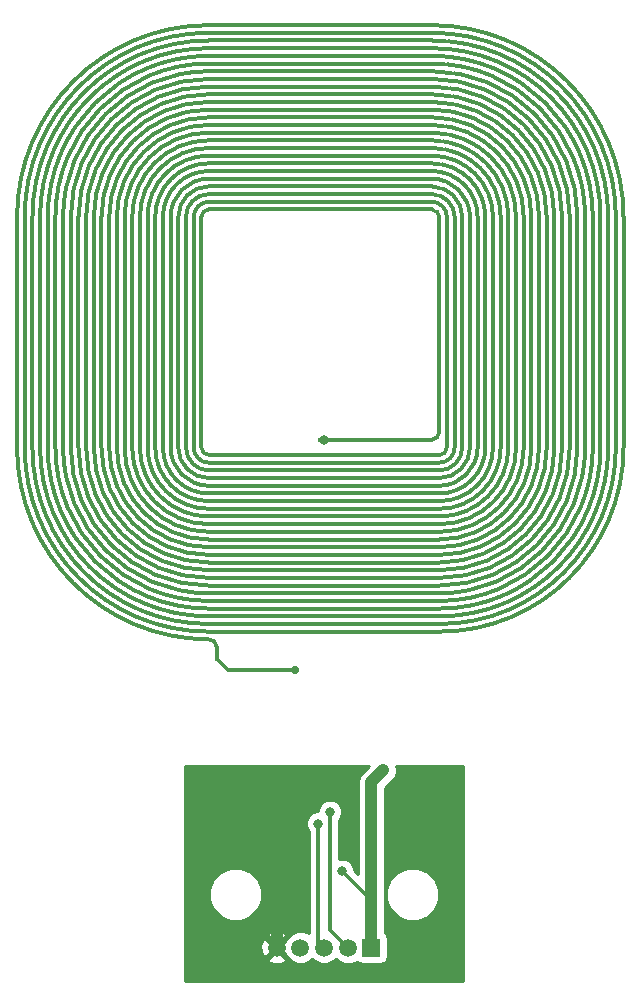
<source format=gbl>
G04 #@! TF.GenerationSoftware,KiCad,Pcbnew,(2017-06-12 revision 19d5cc754)-master*
G04 #@! TF.CreationDate,2018-05-14T22:42:30+02:00*
G04 #@! TF.ProjectId,RFID_MLX90109,524649445F4D4C5839303130392E6B69,rev?*
G04 #@! TF.FileFunction,Copper,L2,Bot,Signal*
G04 #@! TF.FilePolarity,Positive*
%FSLAX46Y46*%
G04 Gerber Fmt 4.6, Leading zero omitted, Abs format (unit mm)*
G04 Created by KiCad (PCBNEW (2017-06-12 revision 19d5cc754)-master) date 2018 May 14, Monday 22:42:30*
%MOMM*%
%LPD*%
G01*
G04 APERTURE LIST*
%ADD10C,0.100000*%
%ADD11C,0.300000*%
%ADD12R,1.000000X0.300000*%
%ADD13R,0.300000X1.000000*%
%ADD14R,1.500000X1.500000*%
%ADD15C,1.500000*%
%ADD16C,1.000000*%
%ADD17C,0.800000*%
%ADD18C,0.700000*%
%ADD19C,1.000000*%
%ADD20C,0.250000*%
%ADD21C,0.254000*%
G04 APERTURE END LIST*
D10*
D11*
X157500000Y-72500000D02*
X166600000Y-72500000D01*
X148400000Y-90050000D02*
X148400000Y-90700000D01*
X148400000Y-90050000D02*
G75*
G03X147750000Y-89400000I-650000J0D01*
G01*
X166600000Y-72500000D02*
G75*
G03X167250000Y-71850000I0J650000D01*
G01*
X175050000Y-53650000D02*
G75*
G03X166600000Y-45200000I-8450000J0D01*
G01*
X178300000Y-53650000D02*
G75*
G03X166600000Y-41950000I-11700000J0D01*
G01*
X181550000Y-53650000D02*
G75*
G03X166600000Y-38700000I-14950000J0D01*
G01*
X175700000Y-73150000D02*
X175700000Y-53650000D01*
X172450000Y-73150000D02*
X172450000Y-53650000D01*
X167900000Y-53650000D02*
G75*
G03X166600000Y-52350000I-1300000J0D01*
G01*
X178950000Y-73150000D02*
X178950000Y-53650000D01*
X179600000Y-73150000D02*
X179600000Y-53650000D01*
X182850000Y-53650000D02*
G75*
G03X166600000Y-37400000I-16250000J0D01*
G01*
X178300000Y-73150000D02*
X178300000Y-53650000D01*
X171150000Y-53650000D02*
G75*
G03X166600000Y-49100000I-4550000J0D01*
G01*
X171150000Y-73150000D02*
X171150000Y-53650000D01*
X172450000Y-53650000D02*
G75*
G03X166600000Y-47800000I-5850000J0D01*
G01*
X175050000Y-73150000D02*
X175050000Y-53650000D01*
X177000000Y-53650000D02*
G75*
G03X166600000Y-43250000I-10400000J0D01*
G01*
X167250000Y-53650000D02*
G75*
G03X166600000Y-53000000I-650000J0D01*
G01*
X167250000Y-71850000D02*
X167250000Y-53650000D01*
X170500000Y-53650000D02*
G75*
G03X166600000Y-49750000I-3900000J0D01*
G01*
X177650000Y-53650000D02*
G75*
G03X166600000Y-42600000I-11050000J0D01*
G01*
X168550000Y-73150000D02*
X168550000Y-53650000D01*
X169200000Y-53650000D02*
G75*
G03X166600000Y-51050000I-2600000J0D01*
G01*
X169850000Y-53650000D02*
G75*
G03X166600000Y-50400000I-3250000J0D01*
G01*
X173100000Y-73150000D02*
X173100000Y-53650000D01*
X177650000Y-73150000D02*
X177650000Y-53650000D01*
X168550000Y-53650000D02*
G75*
G03X166600000Y-51700000I-1950000J0D01*
G01*
X169850000Y-73150000D02*
X169850000Y-53650000D01*
X182850000Y-73150000D02*
X182850000Y-53650000D01*
X171800000Y-73150000D02*
X171800000Y-53650000D01*
X169200000Y-73150000D02*
X169200000Y-53650000D01*
X173750000Y-53650000D02*
G75*
G03X166600000Y-46500000I-7150000J0D01*
G01*
X181550000Y-73150000D02*
X181550000Y-53650000D01*
X174400000Y-73150000D02*
X174400000Y-53650000D01*
X173750000Y-73150000D02*
X173750000Y-53650000D01*
X179600000Y-53650000D02*
G75*
G03X166600000Y-40650000I-13000000J0D01*
G01*
X170500000Y-73150000D02*
X170500000Y-53650000D01*
X180900000Y-53650000D02*
G75*
G03X166600000Y-39350000I-14300000J0D01*
G01*
X176350000Y-53650000D02*
G75*
G03X166600000Y-43900000I-9750000J0D01*
G01*
X180900000Y-73150000D02*
X180900000Y-53650000D01*
X175700000Y-53650000D02*
G75*
G03X166600000Y-44550000I-9100000J0D01*
G01*
X182200000Y-73150000D02*
X182200000Y-53650000D01*
X178950000Y-53650000D02*
G75*
G03X166600000Y-41300000I-12350000J0D01*
G01*
X167900000Y-73150000D02*
X167900000Y-53650000D01*
X176350000Y-73150000D02*
X176350000Y-53650000D01*
X174400000Y-53650000D02*
G75*
G03X166600000Y-45850000I-7800000J0D01*
G01*
X180250000Y-53650000D02*
G75*
G03X166600000Y-40000000I-13650000J0D01*
G01*
X171800000Y-53650000D02*
G75*
G03X166600000Y-48450000I-5200000J0D01*
G01*
X182200000Y-53650000D02*
G75*
G03X166600000Y-38050000I-15600000J0D01*
G01*
X177000000Y-73150000D02*
X177000000Y-53650000D01*
X173100000Y-53650000D02*
G75*
G03X166600000Y-47150000I-6500000J0D01*
G01*
X180250000Y-73150000D02*
X180250000Y-53650000D01*
X167250000Y-81600000D02*
G75*
G03X175700000Y-73150000I0J8450000D01*
G01*
X167250000Y-84850000D02*
G75*
G03X178950000Y-73150000I0J11700000D01*
G01*
X167250000Y-88100000D02*
G75*
G03X182200000Y-73150000I0J14950000D01*
G01*
X147750000Y-82250000D02*
X167250000Y-82250000D01*
X147750000Y-80950000D02*
X167250000Y-80950000D01*
X147750000Y-80300000D02*
X167250000Y-80300000D01*
X167250000Y-86150000D02*
G75*
G03X180250000Y-73150000I0J13000000D01*
G01*
X147750000Y-77050000D02*
X167250000Y-77050000D01*
X167250000Y-87450000D02*
G75*
G03X181550000Y-73150000I0J14300000D01*
G01*
X167250000Y-82900000D02*
G75*
G03X177000000Y-73150000I0J9750000D01*
G01*
X147750000Y-87450000D02*
X167250000Y-87450000D01*
X167250000Y-82250000D02*
G75*
G03X176350000Y-73150000I0J9100000D01*
G01*
X147750000Y-88750000D02*
X167250000Y-88750000D01*
X167250000Y-85500000D02*
G75*
G03X179600000Y-73150000I0J12350000D01*
G01*
X147750000Y-74450000D02*
X167250000Y-74450000D01*
X147750000Y-82900000D02*
X167250000Y-82900000D01*
X167250000Y-80950000D02*
G75*
G03X175050000Y-73150000I0J7800000D01*
G01*
X167250000Y-86800000D02*
G75*
G03X180900000Y-73150000I0J13650000D01*
G01*
X167250000Y-78350000D02*
G75*
G03X172450000Y-73150000I0J5200000D01*
G01*
X167250000Y-88750000D02*
G75*
G03X182850000Y-73150000I0J15600000D01*
G01*
X147750000Y-83550000D02*
X167250000Y-83550000D01*
X167250000Y-79650000D02*
G75*
G03X173750000Y-73150000I0J6500000D01*
G01*
X147750000Y-86800000D02*
X167250000Y-86800000D01*
X167250000Y-75750000D02*
G75*
G03X169850000Y-73150000I0J2600000D01*
G01*
X167250000Y-76400000D02*
G75*
G03X170500000Y-73150000I0J3250000D01*
G01*
X147750000Y-79650000D02*
X167250000Y-79650000D01*
X147750000Y-84200000D02*
X167250000Y-84200000D01*
X167250000Y-75100000D02*
G75*
G03X169200000Y-73150000I0J1950000D01*
G01*
X147750000Y-76400000D02*
X167250000Y-76400000D01*
X147750000Y-78350000D02*
X167250000Y-78350000D01*
X147750000Y-75750000D02*
X167250000Y-75750000D01*
X167250000Y-79000000D02*
G75*
G03X173100000Y-73150000I0J5850000D01*
G01*
X147850000Y-81550000D02*
X167250000Y-81600000D01*
X167250000Y-83550000D02*
G75*
G03X177650000Y-73150000I0J10400000D01*
G01*
X167250000Y-73800000D02*
G75*
G03X167900000Y-73150000I0J650000D01*
G01*
X147750000Y-73800000D02*
X167250000Y-73800000D01*
X167250000Y-77050000D02*
G75*
G03X171150000Y-73150000I0J3900000D01*
G01*
X167250000Y-84200000D02*
G75*
G03X178300000Y-73150000I0J11050000D01*
G01*
X147750000Y-75100000D02*
X167250000Y-75100000D01*
X147750000Y-79000000D02*
X167250000Y-79000000D01*
X167250000Y-74450000D02*
G75*
G03X168550000Y-73150000I0J1300000D01*
G01*
X147750000Y-85500000D02*
X167250000Y-85500000D01*
X147750000Y-86150000D02*
X167250000Y-86150000D01*
X147750000Y-84850000D02*
X167250000Y-84850000D01*
X167250000Y-77700000D02*
G75*
G03X171800000Y-73150000I0J4550000D01*
G01*
X147750000Y-77700000D02*
X167250000Y-77700000D01*
X167250000Y-80300000D02*
G75*
G03X174400000Y-73150000I0J7150000D01*
G01*
X147750000Y-88100000D02*
X167250000Y-88100000D01*
X147750000Y-38050000D02*
G75*
G03X132150000Y-53650000I0J-15600000D01*
G01*
X166600000Y-44550000D02*
X147750000Y-44550000D01*
X147750000Y-43250000D02*
G75*
G03X137350000Y-53650000I0J-10400000D01*
G01*
X166600000Y-49100000D02*
X147750000Y-49100000D01*
X166600000Y-45850000D02*
X147750000Y-45850000D01*
X166600000Y-46500000D02*
X147750000Y-46500000D01*
X147750000Y-51050000D02*
G75*
G03X145150000Y-53650000I0J-2600000D01*
G01*
X166600000Y-48450000D02*
X147750000Y-48450000D01*
X147750000Y-43900000D02*
G75*
G03X138000000Y-53650000I0J-9750000D01*
G01*
X147750000Y-42600000D02*
G75*
G03X136700000Y-53650000I0J-11050000D01*
G01*
X166600000Y-41300000D02*
X147750000Y-41300000D01*
X147750000Y-37400000D02*
G75*
G03X131500000Y-53650000I0J-16250000D01*
G01*
X166600000Y-47150000D02*
X147750000Y-47150000D01*
X166600000Y-37400000D02*
X147750000Y-37400000D01*
X166600000Y-53000000D02*
X147750000Y-53000000D01*
X166600000Y-43900000D02*
X147750000Y-43900000D01*
X147750000Y-40000000D02*
G75*
G03X134100000Y-53650000I0J-13650000D01*
G01*
X166600000Y-40650000D02*
X147750000Y-40650000D01*
X147750000Y-41950000D02*
G75*
G03X136050000Y-53650000I0J-11700000D01*
G01*
X147750000Y-45850000D02*
G75*
G03X139950000Y-53650000I0J-7800000D01*
G01*
X166600000Y-47800000D02*
X147750000Y-47800000D01*
X147750000Y-44550000D02*
G75*
G03X138650000Y-53650000I0J-9100000D01*
G01*
X166600000Y-38050000D02*
X147750000Y-38050000D01*
X147750000Y-48450000D02*
G75*
G03X142550000Y-53650000I0J-5200000D01*
G01*
X147750000Y-47800000D02*
G75*
G03X141900000Y-53650000I0J-5850000D01*
G01*
X166600000Y-42600000D02*
X147750000Y-42600000D01*
X166600000Y-43250000D02*
X147750000Y-43250000D01*
X147750000Y-49100000D02*
G75*
G03X143200000Y-53650000I0J-4550000D01*
G01*
X166600000Y-51700000D02*
X147750000Y-51700000D01*
X147750000Y-53000000D02*
G75*
G03X147100000Y-53650000I0J-650000D01*
G01*
X147750000Y-52350000D02*
G75*
G03X146450000Y-53650000I0J-1300000D01*
G01*
X147750000Y-45200000D02*
G75*
G03X139300000Y-53650000I0J-8450000D01*
G01*
X166600000Y-45200000D02*
X147750000Y-45200000D01*
X147750000Y-50400000D02*
G75*
G03X144500000Y-53650000I0J-3250000D01*
G01*
X147750000Y-51700000D02*
G75*
G03X145800000Y-53650000I0J-1950000D01*
G01*
X147750000Y-47150000D02*
G75*
G03X141250000Y-53650000I0J-6500000D01*
G01*
X166600000Y-51050000D02*
X147750000Y-51050000D01*
X147750000Y-39350000D02*
G75*
G03X133450000Y-53650000I0J-14300000D01*
G01*
X166600000Y-49750000D02*
X147750000Y-49750000D01*
X147750000Y-41300000D02*
G75*
G03X135400000Y-53650000I0J-12350000D01*
G01*
X147750000Y-49750000D02*
G75*
G03X143850000Y-53650000I0J-3900000D01*
G01*
X166600000Y-50400000D02*
X147750000Y-50400000D01*
X166600000Y-39350000D02*
X147750000Y-39350000D01*
X166600000Y-38700000D02*
X147750000Y-38700000D01*
X166600000Y-41950000D02*
X147750000Y-41950000D01*
X147757554Y-38700000D02*
G75*
G03X132807554Y-53650000I0J-14950000D01*
G01*
X166600000Y-40000000D02*
X147750000Y-40000000D01*
X147750000Y-46500000D02*
G75*
G03X140600000Y-53650000I0J-7150000D01*
G01*
X166600000Y-52350000D02*
X147750000Y-52350000D01*
X147750000Y-40650000D02*
G75*
G03X134750000Y-53650000I0J-13000000D01*
G01*
X131500000Y-73150000D02*
G75*
G03X147750000Y-89400000I16250000J0D01*
G01*
X132150000Y-73150000D02*
G75*
G03X147750000Y-88750000I15600000J0D01*
G01*
X132800000Y-73150000D02*
G75*
G03X147750000Y-88100000I14950000J0D01*
G01*
X133450000Y-73150000D02*
G75*
G03X147750000Y-87450000I14300000J0D01*
G01*
X134100000Y-73150000D02*
G75*
G03X147750000Y-86800000I13650000J0D01*
G01*
X134750000Y-73150000D02*
G75*
G03X147750000Y-86150000I13000000J0D01*
G01*
X135400000Y-73150000D02*
G75*
G03X147750000Y-85500000I12350000J0D01*
G01*
X136050000Y-73150000D02*
G75*
G03X147750000Y-84850000I11700000J0D01*
G01*
X136700000Y-73150000D02*
G75*
G03X147750000Y-84200000I11050000J0D01*
G01*
X137350000Y-73150000D02*
G75*
G03X147750000Y-83550000I10400000J0D01*
G01*
X138000000Y-73150000D02*
G75*
G03X147750000Y-82900000I9750000J0D01*
G01*
X138650000Y-73150000D02*
G75*
G03X147750000Y-82250000I9100000J0D01*
G01*
X139300000Y-73150000D02*
G75*
G03X147750000Y-81600000I8450000J0D01*
G01*
X139950000Y-73150000D02*
G75*
G03X147750000Y-80950000I7800000J0D01*
G01*
X140600000Y-73150000D02*
G75*
G03X147750000Y-80300000I7150000J0D01*
G01*
X141250000Y-73150000D02*
G75*
G03X147750000Y-79650000I6500000J0D01*
G01*
X141900000Y-73150000D02*
G75*
G03X147750000Y-79000000I5850000J0D01*
G01*
X142550000Y-73150000D02*
G75*
G03X147750000Y-78350000I5200000J0D01*
G01*
X143200000Y-73150000D02*
G75*
G03X147750000Y-77700000I4550000J0D01*
G01*
X143850000Y-73150000D02*
G75*
G03X147750000Y-77050000I3900000J0D01*
G01*
X144500000Y-73150000D02*
G75*
G03X147750000Y-76400000I3250000J0D01*
G01*
X145150000Y-73150000D02*
G75*
G03X147750000Y-75750000I2600000J0D01*
G01*
X145800000Y-73150000D02*
G75*
G03X147750000Y-75100000I1950000J0D01*
G01*
X146450000Y-73150000D02*
G75*
G03X147750000Y-74450000I1300000J0D01*
G01*
X147100000Y-73150000D02*
G75*
G03X147750000Y-73800000I650000J0D01*
G01*
X147100000Y-53650000D02*
X147100000Y-73150000D01*
X145150000Y-53650000D02*
X145150000Y-73150000D01*
X142550000Y-53650000D02*
X142550000Y-73150000D01*
X146450000Y-53650000D02*
X146450000Y-73150000D01*
X145800000Y-53650000D02*
X145800000Y-73150000D01*
X143850000Y-53650000D02*
X143850000Y-73150000D01*
X143200000Y-53650000D02*
X143200000Y-73150000D01*
X144500000Y-53650000D02*
X144500000Y-73150000D01*
X141900000Y-53650000D02*
X141900000Y-73150000D01*
X137350000Y-53650000D02*
X137350000Y-73150000D01*
X136700000Y-53650000D02*
X136700000Y-73150000D01*
X141250000Y-53650000D02*
X141250000Y-73150000D01*
X140600000Y-53650000D02*
X140600000Y-73150000D01*
X138650000Y-53650000D02*
X138650000Y-73150000D01*
X139300000Y-53650000D02*
X139300000Y-73150000D01*
X139950000Y-53650000D02*
X139950000Y-73150000D01*
X138000000Y-53650000D02*
X138000000Y-73150000D01*
X134750000Y-53650000D02*
X134750000Y-73150000D01*
X133450000Y-53650000D02*
X133450000Y-73150000D01*
X136050000Y-53650000D02*
X136050000Y-73150000D01*
X135400000Y-53650000D02*
X135400000Y-73150000D01*
X134100000Y-53650000D02*
X134100000Y-73150000D01*
X132800000Y-53650000D02*
X132800000Y-73150000D01*
X132150000Y-53650000D02*
X132150000Y-73150000D01*
X131500000Y-53650000D02*
X131500000Y-73150000D01*
D12*
X157500000Y-72500000D03*
D13*
X148400000Y-90700000D03*
D14*
X161500000Y-115500000D03*
D15*
X159500000Y-115500000D03*
X157500000Y-115500000D03*
X155500000Y-115500000D03*
X153500000Y-115500000D03*
D16*
X157000000Y-101000000D03*
D17*
X159000000Y-109000000D03*
D16*
X162500000Y-100500000D03*
D17*
X157000000Y-105000000D03*
X158000000Y-104000000D03*
D18*
X155000000Y-92000000D03*
D17*
X157500000Y-72500000D03*
D19*
X157000000Y-101000000D02*
X155000000Y-101000000D01*
X155000000Y-101000000D02*
X153500000Y-102500000D01*
X153500000Y-102500000D02*
X153500000Y-115500000D01*
X161500000Y-113500000D02*
X161500000Y-101500000D01*
X161500000Y-101500000D02*
X162500000Y-100500000D01*
D20*
X161500000Y-113500000D02*
X161500000Y-111500000D01*
X161500000Y-111500000D02*
X159000000Y-109000000D01*
D19*
X161500000Y-115500000D02*
X161500000Y-113500000D01*
X162000000Y-101000000D02*
X162500000Y-100500000D01*
D11*
X157000000Y-105000000D02*
X157000000Y-115000000D01*
X157000000Y-115000000D02*
X157500000Y-115500000D01*
X158000000Y-104000000D02*
X158000000Y-114000000D01*
X158000000Y-114000000D02*
X159500000Y-115500000D01*
X148400000Y-90700000D02*
X148400000Y-91050000D01*
X148400000Y-91050000D02*
X149350000Y-92000000D01*
X149350000Y-92000000D02*
X155000000Y-92000000D01*
D21*
G36*
X160697434Y-100697434D02*
X160451397Y-101065654D01*
X160365000Y-101500000D01*
X160365000Y-109290198D01*
X160035035Y-108960233D01*
X160035179Y-108795029D01*
X159877942Y-108414485D01*
X159587046Y-108123081D01*
X159206777Y-107965180D01*
X158795029Y-107964821D01*
X158785000Y-107968965D01*
X158785000Y-104678805D01*
X158876919Y-104587046D01*
X159034820Y-104206777D01*
X159035179Y-103795029D01*
X158877942Y-103414485D01*
X158587046Y-103123081D01*
X158206777Y-102965180D01*
X157795029Y-102964821D01*
X157414485Y-103122058D01*
X157123081Y-103412954D01*
X156965180Y-103793223D01*
X156965030Y-103964969D01*
X156795029Y-103964821D01*
X156414485Y-104122058D01*
X156123081Y-104412954D01*
X155965180Y-104793223D01*
X155964821Y-105204971D01*
X156122058Y-105585515D01*
X156215000Y-105678619D01*
X156215000Y-114297238D01*
X155776702Y-114115241D01*
X155225715Y-114114760D01*
X154716485Y-114325169D01*
X154326539Y-114714436D01*
X154228099Y-114951506D01*
X153679605Y-115500000D01*
X154228033Y-116048428D01*
X154325169Y-116283515D01*
X154714436Y-116673461D01*
X155223298Y-116884759D01*
X155774285Y-116885240D01*
X156283515Y-116674831D01*
X156500036Y-116458687D01*
X156714436Y-116673461D01*
X157223298Y-116884759D01*
X157774285Y-116885240D01*
X158283515Y-116674831D01*
X158500036Y-116458687D01*
X158714436Y-116673461D01*
X159223298Y-116884759D01*
X159774285Y-116885240D01*
X160273046Y-116679157D01*
X160292191Y-116707809D01*
X160502235Y-116848157D01*
X160750000Y-116897440D01*
X162250000Y-116897440D01*
X162497765Y-116848157D01*
X162707809Y-116707809D01*
X162848157Y-116497765D01*
X162897440Y-116250000D01*
X162897440Y-114750000D01*
X162848157Y-114502235D01*
X162707809Y-114292191D01*
X162635000Y-114243541D01*
X162635000Y-111442619D01*
X162764613Y-111442619D01*
X163104155Y-112264372D01*
X163732321Y-112893636D01*
X164553481Y-113234611D01*
X165442619Y-113235387D01*
X166264372Y-112895845D01*
X166893636Y-112267679D01*
X167234611Y-111446519D01*
X167235387Y-110557381D01*
X166895845Y-109735628D01*
X166267679Y-109106364D01*
X165446519Y-108765389D01*
X164557381Y-108764613D01*
X163735628Y-109104155D01*
X163106364Y-109732321D01*
X162765389Y-110553481D01*
X162764613Y-111442619D01*
X162635000Y-111442619D01*
X162635000Y-101970132D01*
X163302567Y-101302566D01*
X163302568Y-101302565D01*
X163461645Y-101143765D01*
X163634803Y-100726756D01*
X163635197Y-100275225D01*
X163573951Y-100127000D01*
X169290000Y-100127000D01*
X169290000Y-118290000D01*
X145710000Y-118290000D01*
X145710000Y-116471517D01*
X152708088Y-116471517D01*
X152776077Y-116712460D01*
X153295171Y-116897201D01*
X153845448Y-116869230D01*
X154223923Y-116712460D01*
X154291912Y-116471517D01*
X153500000Y-115679605D01*
X152708088Y-116471517D01*
X145710000Y-116471517D01*
X145710000Y-115295171D01*
X152102799Y-115295171D01*
X152130770Y-115845448D01*
X152287540Y-116223923D01*
X152528483Y-116291912D01*
X153320395Y-115500000D01*
X152528483Y-114708088D01*
X152287540Y-114776077D01*
X152102799Y-115295171D01*
X145710000Y-115295171D01*
X145710000Y-114528483D01*
X152708088Y-114528483D01*
X153500000Y-115320395D01*
X154291912Y-114528483D01*
X154223923Y-114287540D01*
X153704829Y-114102799D01*
X153154552Y-114130770D01*
X152776077Y-114287540D01*
X152708088Y-114528483D01*
X145710000Y-114528483D01*
X145710000Y-111442619D01*
X147764613Y-111442619D01*
X148104155Y-112264372D01*
X148732321Y-112893636D01*
X149553481Y-113234611D01*
X150442619Y-113235387D01*
X151264372Y-112895845D01*
X151893636Y-112267679D01*
X152234611Y-111446519D01*
X152235387Y-110557381D01*
X151895845Y-109735628D01*
X151267679Y-109106364D01*
X150446519Y-108765389D01*
X149557381Y-108764613D01*
X148735628Y-109104155D01*
X148106364Y-109732321D01*
X147765389Y-110553481D01*
X147764613Y-111442619D01*
X145710000Y-111442619D01*
X145710000Y-100127000D01*
X161267867Y-100127000D01*
X160697434Y-100697434D01*
X160697434Y-100697434D01*
G37*
X160697434Y-100697434D02*
X160451397Y-101065654D01*
X160365000Y-101500000D01*
X160365000Y-109290198D01*
X160035035Y-108960233D01*
X160035179Y-108795029D01*
X159877942Y-108414485D01*
X159587046Y-108123081D01*
X159206777Y-107965180D01*
X158795029Y-107964821D01*
X158785000Y-107968965D01*
X158785000Y-104678805D01*
X158876919Y-104587046D01*
X159034820Y-104206777D01*
X159035179Y-103795029D01*
X158877942Y-103414485D01*
X158587046Y-103123081D01*
X158206777Y-102965180D01*
X157795029Y-102964821D01*
X157414485Y-103122058D01*
X157123081Y-103412954D01*
X156965180Y-103793223D01*
X156965030Y-103964969D01*
X156795029Y-103964821D01*
X156414485Y-104122058D01*
X156123081Y-104412954D01*
X155965180Y-104793223D01*
X155964821Y-105204971D01*
X156122058Y-105585515D01*
X156215000Y-105678619D01*
X156215000Y-114297238D01*
X155776702Y-114115241D01*
X155225715Y-114114760D01*
X154716485Y-114325169D01*
X154326539Y-114714436D01*
X154228099Y-114951506D01*
X153679605Y-115500000D01*
X154228033Y-116048428D01*
X154325169Y-116283515D01*
X154714436Y-116673461D01*
X155223298Y-116884759D01*
X155774285Y-116885240D01*
X156283515Y-116674831D01*
X156500036Y-116458687D01*
X156714436Y-116673461D01*
X157223298Y-116884759D01*
X157774285Y-116885240D01*
X158283515Y-116674831D01*
X158500036Y-116458687D01*
X158714436Y-116673461D01*
X159223298Y-116884759D01*
X159774285Y-116885240D01*
X160273046Y-116679157D01*
X160292191Y-116707809D01*
X160502235Y-116848157D01*
X160750000Y-116897440D01*
X162250000Y-116897440D01*
X162497765Y-116848157D01*
X162707809Y-116707809D01*
X162848157Y-116497765D01*
X162897440Y-116250000D01*
X162897440Y-114750000D01*
X162848157Y-114502235D01*
X162707809Y-114292191D01*
X162635000Y-114243541D01*
X162635000Y-111442619D01*
X162764613Y-111442619D01*
X163104155Y-112264372D01*
X163732321Y-112893636D01*
X164553481Y-113234611D01*
X165442619Y-113235387D01*
X166264372Y-112895845D01*
X166893636Y-112267679D01*
X167234611Y-111446519D01*
X167235387Y-110557381D01*
X166895845Y-109735628D01*
X166267679Y-109106364D01*
X165446519Y-108765389D01*
X164557381Y-108764613D01*
X163735628Y-109104155D01*
X163106364Y-109732321D01*
X162765389Y-110553481D01*
X162764613Y-111442619D01*
X162635000Y-111442619D01*
X162635000Y-101970132D01*
X163302567Y-101302566D01*
X163302568Y-101302565D01*
X163461645Y-101143765D01*
X163634803Y-100726756D01*
X163635197Y-100275225D01*
X163573951Y-100127000D01*
X169290000Y-100127000D01*
X169290000Y-118290000D01*
X145710000Y-118290000D01*
X145710000Y-116471517D01*
X152708088Y-116471517D01*
X152776077Y-116712460D01*
X153295171Y-116897201D01*
X153845448Y-116869230D01*
X154223923Y-116712460D01*
X154291912Y-116471517D01*
X153500000Y-115679605D01*
X152708088Y-116471517D01*
X145710000Y-116471517D01*
X145710000Y-115295171D01*
X152102799Y-115295171D01*
X152130770Y-115845448D01*
X152287540Y-116223923D01*
X152528483Y-116291912D01*
X153320395Y-115500000D01*
X152528483Y-114708088D01*
X152287540Y-114776077D01*
X152102799Y-115295171D01*
X145710000Y-115295171D01*
X145710000Y-114528483D01*
X152708088Y-114528483D01*
X153500000Y-115320395D01*
X154291912Y-114528483D01*
X154223923Y-114287540D01*
X153704829Y-114102799D01*
X153154552Y-114130770D01*
X152776077Y-114287540D01*
X152708088Y-114528483D01*
X145710000Y-114528483D01*
X145710000Y-111442619D01*
X147764613Y-111442619D01*
X148104155Y-112264372D01*
X148732321Y-112893636D01*
X149553481Y-113234611D01*
X150442619Y-113235387D01*
X151264372Y-112895845D01*
X151893636Y-112267679D01*
X152234611Y-111446519D01*
X152235387Y-110557381D01*
X151895845Y-109735628D01*
X151267679Y-109106364D01*
X150446519Y-108765389D01*
X149557381Y-108764613D01*
X148735628Y-109104155D01*
X148106364Y-109732321D01*
X147765389Y-110553481D01*
X147764613Y-111442619D01*
X145710000Y-111442619D01*
X145710000Y-100127000D01*
X161267867Y-100127000D01*
X160697434Y-100697434D01*
M02*

</source>
